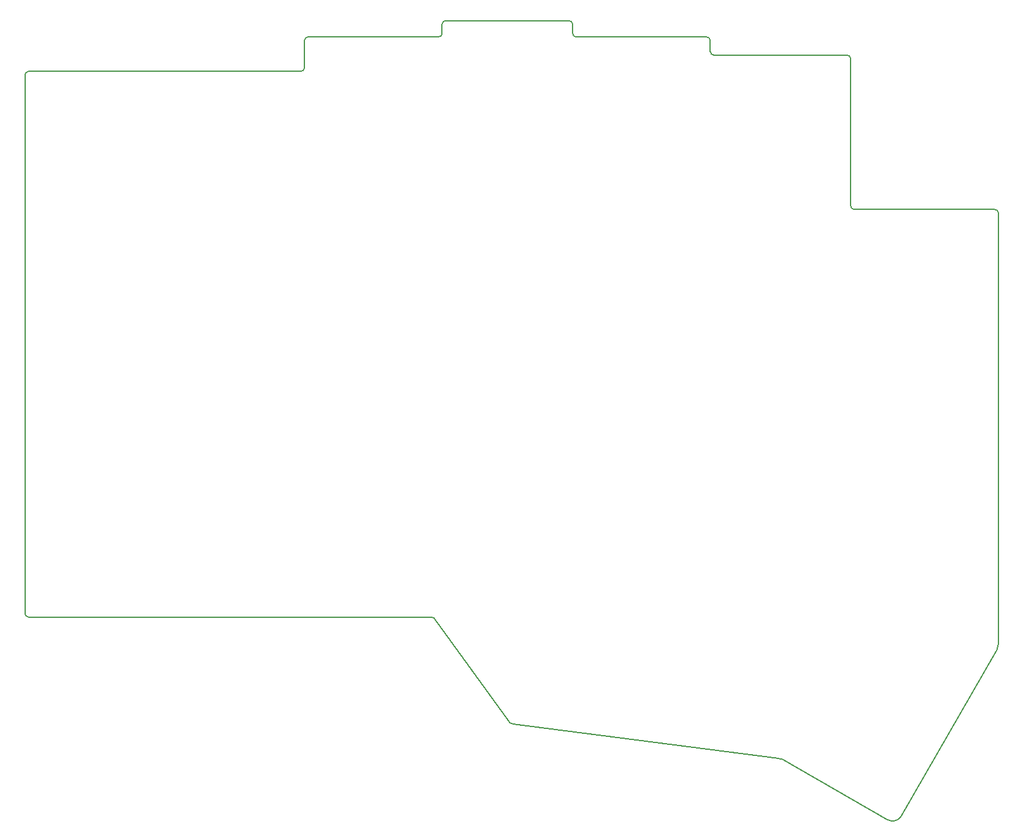
<source format=gm1>
G04 #@! TF.GenerationSoftware,KiCad,Pcbnew,(5.1.0)-1*
G04 #@! TF.CreationDate,2019-05-05T14:00:57-05:00*
G04 #@! TF.ProjectId,corne-chocolate,636f726e-652d-4636-986f-636f6c617465,2.1*
G04 #@! TF.SameCoordinates,Original*
G04 #@! TF.FileFunction,Profile,NP*
%FSLAX46Y46*%
G04 Gerber Fmt 4.6, Leading zero omitted, Abs format (unit mm)*
G04 Created by KiCad (PCBNEW (5.1.0)-1) date 2019-05-05 14:00:57*
%MOMM*%
%LPD*%
G04 APERTURE LIST*
%ADD10C,0.150000*%
G04 APERTURE END LIST*
D10*
X60941000Y-124250000D02*
X61500000Y-124250000D01*
X60941000Y-48950000D02*
X61500000Y-48950000D01*
X78500000Y-124250000D02*
X80500000Y-124250000D01*
X78500000Y-48950000D02*
X80500000Y-48950000D01*
X174361000Y-48260000D02*
X174371000Y-66250000D01*
X60441200Y-49450000D02*
X60441200Y-68500000D01*
X136000000Y-43700000D02*
X136000000Y-42450000D01*
X155000000Y-46200000D02*
X155000000Y-44700000D01*
X117500000Y-44200000D02*
X99500000Y-44200000D01*
X99000000Y-44700000D02*
X99000000Y-48450000D01*
X154500000Y-44200000D02*
X136500000Y-44200000D01*
X118000000Y-42450000D02*
X118000000Y-43700000D01*
X98500000Y-48950000D02*
X80500000Y-48950000D01*
X135500000Y-41950000D02*
X118500000Y-41950000D01*
X173871000Y-46700000D02*
X155500000Y-46700000D01*
X155000000Y-44700000D02*
G75*
G03X154500000Y-44200000I-500000J0D01*
G01*
X155000000Y-46200000D02*
G75*
G03X155500000Y-46700000I500000J0D01*
G01*
X174371000Y-47200000D02*
G75*
G03X173871000Y-46700000I-500000J0D01*
G01*
X60941000Y-48950000D02*
G75*
G03X60441000Y-49450000I0J-500000D01*
G01*
X174371000Y-47200000D02*
X174361000Y-48260000D01*
X78500000Y-48950000D02*
X61500000Y-48950000D01*
X118500000Y-41950000D02*
G75*
G03X118000000Y-42450000I0J-500000D01*
G01*
X117500000Y-44200000D02*
G75*
G03X118000000Y-43700000I0J500000D01*
G01*
X98500000Y-48950000D02*
G75*
G03X99000000Y-48450000I0J500000D01*
G01*
X136000000Y-43700000D02*
G75*
G03X136500000Y-44200000I500000J0D01*
G01*
X136000000Y-42450000D02*
G75*
G03X135500000Y-41950000I-500000J0D01*
G01*
X99500000Y-44200000D02*
G75*
G03X99000000Y-44700000I0J-500000D01*
G01*
X194750001Y-127975000D02*
G75*
G02X194522764Y-128847696I-1702236J-22697D01*
G01*
X181283356Y-151792841D02*
G75*
G02X179400000Y-152175000I-1139106J781884D01*
G01*
X164420556Y-143770344D02*
G75*
G02X165075000Y-143900000I-333152J-3398096D01*
G01*
X181283356Y-151792841D02*
X194525000Y-128850000D01*
X165075000Y-143900000D02*
X179400000Y-152175000D01*
X127750000Y-139000000D02*
X164420556Y-143770344D01*
X127396447Y-138853553D02*
G75*
G03X127750000Y-139000000I353553J353553D01*
G01*
X116853553Y-124396447D02*
X127396447Y-138853553D01*
X174371000Y-66250000D02*
X174371000Y-67500000D01*
X174371000Y-67500000D02*
G75*
G03X174871000Y-68000000I500000J0D01*
G01*
X194250000Y-68000000D02*
X174871000Y-68000000D01*
X116853553Y-124396447D02*
G75*
G03X116500000Y-124250000I-353553J-353553D01*
G01*
X60441000Y-123750000D02*
G75*
G03X60941000Y-124250000I500000J0D01*
G01*
X194750000Y-68500000D02*
G75*
G03X194250000Y-68000000I-500000J0D01*
G01*
X194750000Y-68500000D02*
X194750000Y-127975000D01*
X116500000Y-124250000D02*
X80500000Y-124250000D01*
X61500000Y-124250000D02*
X78500000Y-124250000D01*
X60441200Y-68500000D02*
X60441200Y-123750000D01*
M02*

</source>
